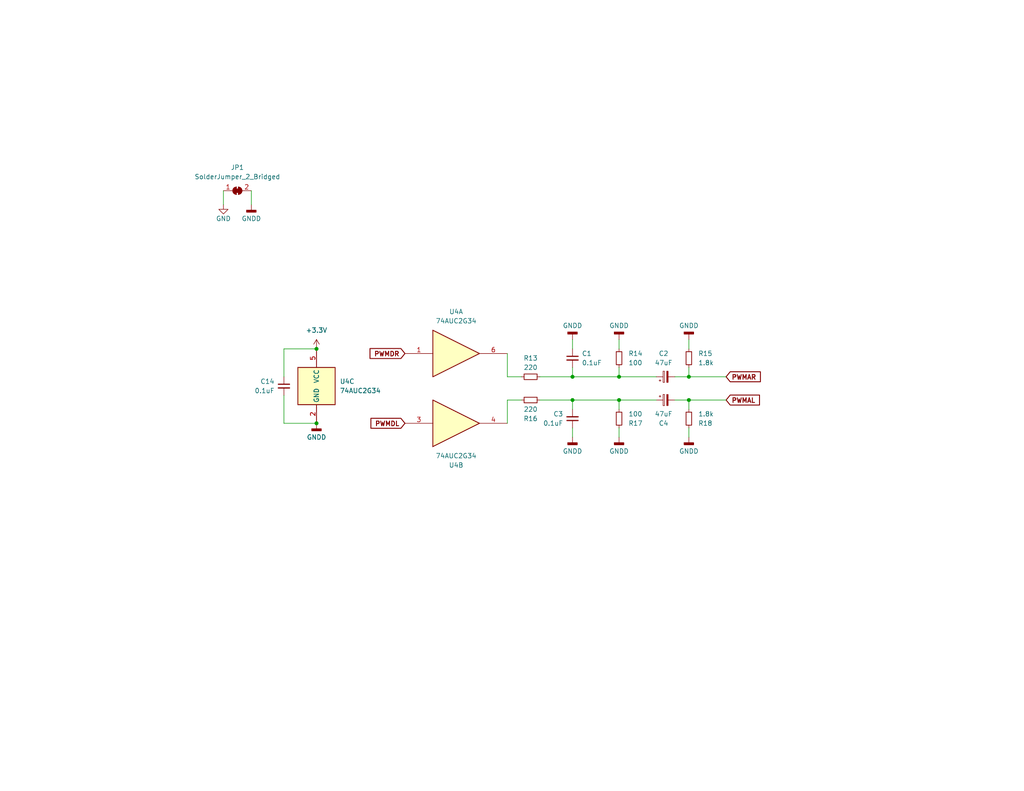
<source format=kicad_sch>
(kicad_sch (version 20230121) (generator eeschema)
  (paper "A")
  (title_block (title "pico_synth_sandbox") (date "2023-09-19") (rev "2") (comment 3 "dcdalrymple.com/picosynth/") (comment 4 "D Cooper Dalrymple"))
  (lib_symbols
    (symbol "74xGxx:74AUC2G34"
      (property "Reference" "U" (at -2.54 3.81 0))
      (property "Value" "74AUC2G34" (at 0 -3.81 0))
      (symbol "74AUC2G34_1_1"
        (polyline (pts (xy -7.62 6.35) (xy -7.62 -6.35) (xy 5.08 0) (xy -7.62 6.35)) (stroke (width 0.254)) (fill (type background)))
        (pin input line (at -15.24 0 0) (length 7.62) (name "~") (number "1"))
        (pin output line (at 12.7 0 180) (length 7.62) (name "~") (number "6"))
      )
      (symbol "74AUC2G34_2_1"
        (polyline (pts (xy -7.62 6.35) (xy -7.62 -6.35) (xy 5.08 0) (xy -7.62 6.35)) (stroke (width 0.254)) (fill (type background)))
        (pin input line (at -15.24 0 0) (length 7.62) (name "~") (number "3"))
        (pin output line (at 12.7 0 180) (length 7.62) (name "~") (number "4"))
      )
      (symbol "74AUC2G34_3_0"
        (rectangle (start -5.08 -5.08) (end 5.08 5.08) (stroke (width 0.254)) (fill (type background)))
      )
      (symbol "74AUC2G34_3_1"
        (pin power_in line (at 0 -10.16 90) (length 5.08) (name "GND") (number "2"))
        (pin power_in line (at 0 10.16 270) (length 5.08) (name "VCC") (number "5"))
      )
    )
    (symbol "Device:C_Polarized_Small" (pin_numbers hide) (pin_names (offset 0.254) hide)
      (property "Reference" "C" (at 0.254 1.778 0))
      (property "Value" "C_Polarized_Small" (at 0.254 -2.032 0))
      (symbol "C_Polarized_Small_0_1"
        (rectangle (start -1.524 -0.3048) (end 1.524 -0.6858) (fill (type outline)))
        (rectangle (start -1.524 0.6858) (end 1.524 0.3048))
        (polyline (pts (xy -1.27 1.524) (xy -0.762 1.524)))
        (polyline (pts (xy -1.016 1.27) (xy -1.016 1.778)))
      )
      (symbol "C_Polarized_Small_1_1"
        (pin passive line (at 0 2.54 270) (length 1.8542) (name "~") (number "1"))
        (pin passive line (at 0 -2.54 90) (length 1.8542) (name "~") (number "2"))
      )
    )
    (symbol "Device:C_Small" (pin_numbers hide) (pin_names (offset 0.254) hide)
      (property "Reference" "C" (at 0.254 1.778 0))
      (property "Value" "C_Small" (at 0.254 -2.032 0))
      (symbol "C_Small_0_1"
        (polyline (pts (xy -1.524 -0.508) (xy 1.524 -0.508)) (stroke (width 0.3302)))
        (polyline (pts (xy -1.524 0.508) (xy 1.524 0.508)) (stroke (width 0.3048)))
      )
      (symbol "C_Small_1_1"
        (pin passive line (at 0 2.54 270) (length 2.032) (name "~") (number "1"))
        (pin passive line (at 0 -2.54 90) (length 2.032) (name "~") (number "2"))
      )
    )
    (symbol "Device:R_Small" (pin_numbers hide) (pin_names (offset 0.254) hide)
      (property "Reference" "R" (at 0.762 0.508 0))
      (property "Value" "R_Small" (at 0.762 -1.016 0))
      (symbol "R_Small_0_1"
        (rectangle (start -0.762 1.778) (end 0.762 -1.778) (stroke (width 0.2032)))
      )
      (symbol "R_Small_1_1"
        (pin passive line (at 0 2.54 270) (length 0.762) (name "~") (number "1"))
        (pin passive line (at 0 -2.54 90) (length 0.762) (name "~") (number "2"))
      )
    )
    (symbol "Jumper:SolderJumper_2_Bridged" (pin_names (offset 0) hide)
      (property "Reference" "JP" (at 0 2.032 0))
      (property "Value" "SolderJumper_2_Bridged" (at 0 -2.54 0))
      (symbol "SolderJumper_2_Bridged_0_1"
        (rectangle (start -0.508 0.508) (end 0.508 -0.508) (fill (type outline)))
        (arc (start -0.254 1.016) (mid -1.2656 0) (end -0.254 -1.016))
        (arc (start -0.254 1.016) (mid -1.2656 0) (end -0.254 -1.016) (fill (type outline)))
        (polyline (pts (xy -0.254 1.016) (xy -0.254 -1.016)))
        (polyline (pts (xy 0.254 1.016) (xy 0.254 -1.016)))
        (arc (start 0.254 -1.016) (mid 1.2656 0) (end 0.254 1.016))
        (arc (start 0.254 -1.016) (mid 1.2656 0) (end 0.254 1.016) (fill (type outline)))
      )
      (symbol "SolderJumper_2_Bridged_1_1"
        (pin passive line (at -3.81 0 0) (length 2.54) (name "A") (number "1"))
        (pin passive line (at 3.81 0 180) (length 2.54) (name "B") (number "2"))
      )
    )
    (symbol "power:+3.3V" (power) (pin_names (offset 0))
      (property "Value" "+3.3V" (at 0 3.556 0))
      (symbol "+3.3V_0_1"
        (polyline (pts (xy -0.762 1.27) (xy 0 2.54)))
        (polyline (pts (xy 0 0) (xy 0 2.54)))
        (polyline (pts (xy 0 2.54) (xy 0.762 1.27)))
      )
      (symbol "+3.3V_1_1"
        (pin power_in line (at 0 0 90) (length 0) hide (name "+3.3V") (number "1"))
      )
    )
    (symbol "power:GND" (power) (pin_names (offset 0))
      (property "Value" "GND" (at 0 -3.81 0))
      (symbol "GND_0_1"
        (polyline (pts (xy 0 0) (xy 0 -1.27) (xy 1.27 -1.27) (xy 0 -2.54) (xy -1.27 -1.27) (xy 0 -1.27)))
      )
      (symbol "GND_1_1"
        (pin power_in line (at 0 0 270) (length 0) hide (name "GND") (number "1"))
      )
    )
    (symbol "power:GNDD" (power) (pin_names (offset 0))
      (property "Value" "GNDD" (at 0 -3.175 0))
      (symbol "GNDD_0_1"
        (rectangle (start -1.27 -1.524) (end 1.27 -2.032) (stroke (width 0.254)) (fill (type outline)))
        (polyline (pts (xy 0 0) (xy 0 -1.524)))
      )
      (symbol "GNDD_1_1"
        (pin power_in line (at 0 0 270) (length 0) hide (name "GNDD") (number "1"))
      )
    )
  )
  (junction (at 156.21 102.87))
  (junction (at 168.91 102.87))
  (junction (at 156.21 109.22))
  (junction (at 187.96 109.22))
  (junction (at 168.91 109.22))
  (junction (at 86.36 95.25))
  (junction (at 187.96 102.87))
  (junction (at 86.36 115.57))
  (wire (pts (xy 156.21 92.71) (xy 156.21 95.25)))
  (wire (pts (xy 138.43 102.87) (xy 142.24 102.87)))
  (wire (pts (xy 147.32 109.22) (xy 156.21 109.22)))
  (wire (pts (xy 77.47 115.57) (xy 86.36 115.57)))
  (wire (pts (xy 156.21 109.22) (xy 168.91 109.22)))
  (wire (pts (xy 168.91 102.87) (xy 168.91 100.33)))
  (wire (pts (xy 168.91 119.38) (xy 168.91 116.84)))
  (wire (pts (xy 156.21 119.38) (xy 156.21 116.84)))
  (wire (pts (xy 147.32 102.87) (xy 156.21 102.87)))
  (wire (pts (xy 138.43 96.52) (xy 138.43 102.87)))
  (wire (pts (xy 77.47 102.87) (xy 77.47 95.25)))
  (wire (pts (xy 168.91 102.87) (xy 179.07 102.87)))
  (wire (pts (xy 138.43 115.57) (xy 138.43 109.22)))
  (wire (pts (xy 60.96 52.07) (xy 60.96 55.88)))
  (wire (pts (xy 138.43 109.22) (xy 142.24 109.22)))
  (wire (pts (xy 187.96 119.38) (xy 187.96 116.84)))
  (wire (pts (xy 168.91 92.71) (xy 168.91 95.25)))
  (wire (pts (xy 156.21 102.87) (xy 156.21 100.33)))
  (wire (pts (xy 156.21 102.87) (xy 168.91 102.87)))
  (wire (pts (xy 187.96 109.22) (xy 184.15 109.22)))
  (wire (pts (xy 187.96 102.87) (xy 184.15 102.87)))
  (wire (pts (xy 187.96 100.33) (xy 187.96 102.87)))
  (wire (pts (xy 68.58 52.07) (xy 68.58 55.88)))
  (wire (pts (xy 168.91 109.22) (xy 179.07 109.22)))
  (wire (pts (xy 77.47 95.25) (xy 86.36 95.25)))
  (wire (pts (xy 187.96 109.22) (xy 198.12 109.22)))
  (wire (pts (xy 187.96 92.71) (xy 187.96 95.25)))
  (wire (pts (xy 168.91 109.22) (xy 168.91 111.76)))
  (wire (pts (xy 77.47 107.95) (xy 77.47 115.57)))
  (wire (pts (xy 187.96 102.87) (xy 198.12 102.87)))
  (wire (pts (xy 156.21 109.22) (xy 156.21 111.76)))
  (wire (pts (xy 187.96 111.76) (xy 187.96 109.22)))
  (global_label "PWMDR" (shape input) (at 110.49 96.52 180) (effects (font bold)) (property "Intersheetrefs" "${INTERSHEET_REFS}" (effects hide)))
  (global_label "PWMAL" (shape input) (at 198.12 109.22 0) (effects (font bold)) (property "Intersheetrefs" "${INTERSHEET_REFS}" (effects hide)))
  (global_label "PWMDL" (shape input) (at 110.49 115.57 180) (effects (font bold)) (property "Intersheetrefs" "${INTERSHEET_REFS}" (effects hide)))
  (global_label "PWMAR" (shape input) (at 198.12 102.87 0) (effects (font bold)) (property "Intersheetrefs" "${INTERSHEET_REFS}" (effects hide)))
  (symbol (lib_id "74xGxx:74AUC2G34") (at 125.73 96.52 0) (unit 1)
    (property "Reference" "U4" (at 124.46 85.09 0))
    (property "Value" "74AUC2G34" (at 124.46 87.63 0))
    (property "Footprint" "Package_TO_SOT_SMD:SOT-23-6_Handsoldering" (effects hide))
    (property "Datasheet" "http://www.ti.com/lit/sg/scyt129e/scyt129e.pdf" (effects hide))
  )
  (symbol (lib_id "power:GNDD") (at 168.91 119.38 0) (mirror y) (unit 1)
    (property "Reference" "#PWR019" (effects hide))
    (property "Value" "GNDD" (at 168.91 123.19 0))
    (instances (project "pico_synth_sandbox" (path "" (reference "#PWR019") (unit 1)) (path "" (reference "#PWR027") (unit 1)) (path "" (reference "#PWR059") (unit 1))))
  )
  (symbol (lib_id "74xGxx:74AUC2G34") (at 86.36 105.41 0) (unit 3)
    (property "Reference" "U4" (at 92.71 104.14 0) (effects (justify left)))
    (property "Value" "74AUC2G34" (at 92.71 106.68 0) (effects (justify left)))
    (property "Footprint" "Package_TO_SOT_SMD:SOT-23-6_Handsoldering" (effects hide))
    (property "Datasheet" "http://www.ti.com/lit/sg/scyt129e/scyt129e.pdf" (effects hide))
  )
  (symbol (lib_id "Device:R_Small") (at 144.78 109.22 270) (unit 1)
    (property "Reference" "R16" (at 144.78 114.3 90))
    (property "Value" "220" (at 144.78 111.76 90))
    (property "Footprint" "Resistor_SMD:R_0805_2012Metric_Pad1.20x1.40mm_HandSolder" (effects hide))
    (instances (project "pico_synth_sandbox" (path "" (reference "R16") (unit 1)) (path "" (reference "R20") (unit 1)) (path "" (reference "R22") (unit 1))))
  )
  (symbol (lib_id "Device:R_Small") (at 187.96 114.3 180) (unit 1)
    (property "Reference" "R18" (at 190.5 115.57 0) (effects (justify right)))
    (property "Value" "1.8k" (at 190.5 113.03 0) (effects (justify right)))
    (property "Footprint" "Resistor_SMD:R_0805_2012Metric_Pad1.20x1.40mm_HandSolder" (effects hide))
    (instances (project "pico_synth_sandbox" (path "" (reference "R18") (unit 1)) (path "" (reference "R24") (unit 1)) (path "" (reference "R26") (unit 1))))
  )
  (symbol (lib_id "Device:R_Small") (at 168.91 97.79 0) (mirror y) (unit 1)
    (property "Reference" "R14" (at 171.45 96.52 0) (effects (justify right)))
    (property "Value" "100" (at 171.45 99.06 0) (effects (justify right)))
    (property "Footprint" "Resistor_SMD:R_0805_2012Metric_Pad1.20x1.40mm_HandSolder" (effects hide))
    (instances (project "pico_synth_sandbox" (path "" (reference "R14") (unit 1)) (path "" (reference "R21") (unit 1)) (path "" (reference "R23") (unit 1))))
  )
  (symbol (lib_id "Device:R_Small") (at 168.91 114.3 180) (unit 1)
    (property "Reference" "R17" (at 171.45 115.57 0) (effects (justify right)))
    (property "Value" "100" (at 171.45 113.03 0) (effects (justify right)))
    (property "Footprint" "Resistor_SMD:R_0805_2012Metric_Pad1.20x1.40mm_HandSolder" (effects hide))
    (instances (project "pico_synth_sandbox" (path "" (reference "R17") (unit 1)) (path "" (reference "R22") (unit 1)) (path "" (reference "R24") (unit 1))))
  )
  (symbol (lib_id "power:GNDD") (at 86.36 115.57 0) (mirror y) (unit 1)
    (property "Reference" "#PWR018" (effects hide))
    (property "Value" "GNDD" (at 86.36 119.38 0))
    (instances (project "pico_synth_sandbox" (path "" (reference "#PWR018") (unit 1)) (path "" (reference "#PWR025") (unit 1)) (path "" (reference "#PWR055") (unit 1))))
  )
  (symbol (lib_id "Device:R_Small") (at 144.78 102.87 270) (mirror x) (unit 1)
    (property "Reference" "R13" (at 144.78 97.79 90))
    (property "Value" "220" (at 144.78 100.33 90))
    (property "Footprint" "Resistor_SMD:R_0805_2012Metric_Pad1.20x1.40mm_HandSolder" (effects hide))
    (instances (project "pico_synth_sandbox" (path "" (reference "R13") (unit 1)) (path "" (reference "R19") (unit 1)) (path "" (reference "R21") (unit 1))))
  )
  (symbol (lib_id "power:+3.3V") (at 86.36 95.25 0) (unit 1)
    (property "Reference" "#PWR08" (effects hide))
    (property "Value" "+3.3V" (at 86.36 90.17 0))
    (instances (project "pico_synth_sandbox" (path "" (reference "#PWR08") (unit 1)) (path "" (reference "#PWR054") (unit 1))))
  )
  (symbol (lib_id "Device:C_Small") (at 156.21 97.79 0) (unit 1)
    (property "Reference" "C1" (at 158.75 96.5263 0) (effects (justify left)))
    (property "Value" "0.1uF" (at 158.75 99.0663 0) (effects (justify left)))
    (property "Footprint" "Capacitor_SMD:C_0603_1608Metric_Pad1.08x0.95mm_HandSolder" (effects hide))
    (instances (project "pico_synth_sandbox" (path "" (reference "C1") (unit 1)) (path "" (reference "C5") (unit 1)) (path "" (reference "C15") (unit 1))))
  )
  (symbol (lib_id "Device:C_Small") (at 77.47 105.41 0) (unit 1)
    (property "Reference" "C14" (at 74.93 104.1463 0) (effects (justify right)))
    (property "Value" "0.1uF" (at 74.93 106.6863 0) (effects (justify right)))
    (property "Footprint" "Capacitor_SMD:C_0603_1608Metric_Pad1.08x0.95mm_HandSolder" (effects hide))
  )
  (symbol (lib_id "Device:C_Polarized_Small") (at 181.61 102.87 90) (unit 1)
    (property "Reference" "C2" (at 181.0639 96.52 90))
    (property "Value" "47uF" (at 181.0639 99.06 90))
    (property "Footprint" "Capacitor_SMD:CP_Elec_6.3x5.7" (effects hide))
    (instances (project "pico_synth_sandbox" (path "" (reference "C2") (unit 1)) (path "" (reference "C7") (unit 1)) (path "" (reference "C17") (unit 1))))
  )
  (symbol (lib_id "power:GNDD") (at 156.21 119.38 0) (mirror y) (unit 1)
    (property "Reference" "#PWR018" (effects hide))
    (property "Value" "GNDD" (at 156.21 123.19 0))
    (instances (project "pico_synth_sandbox" (path "" (reference "#PWR018") (unit 1)) (path "" (reference "#PWR025") (unit 1)) (path "" (reference "#PWR057") (unit 1))))
  )
  (symbol (lib_id "power:GNDD") (at 168.91 92.71 180) (unit 1)
    (property "Reference" "#PWR016" (effects hide))
    (property "Value" "GNDD" (at 168.91 88.9 0))
    (instances (project "pico_synth_sandbox" (path "" (reference "#PWR016") (unit 1)) (path "" (reference "#PWR026") (unit 1)) (path "" (reference "#PWR058") (unit 1))))
  )
  (symbol (lib_id "Jumper:SolderJumper_2_Bridged") (at 64.77 52.07 0) (unit 1)
    (property "Reference" "JP1" (at 64.77 45.72 0))
    (property "Value" "SolderJumper_2_Bridged" (at 64.77 48.26 0))
    (property "Footprint" "Jumper:SolderJumper-2_P1.3mm_Bridged_RoundedPad1.0x1.5mm" (effects hide))
    (instances (project "pico_synth_sandbox" (path "" (reference "JP1") (unit 1)) (path "" (reference "JP12") (unit 1))))
  )
  (symbol (lib_id "Device:C_Small") (at 156.21 114.3 0) (mirror x) (unit 1)
    (property "Reference" "C3" (at 153.67 113.0236 0) (effects (justify right)))
    (property "Value" "0.1uF" (at 153.67 115.5636 0) (effects (justify right)))
    (property "Footprint" "Capacitor_SMD:C_0603_1608Metric_Pad1.08x0.95mm_HandSolder" (effects hide))
    (instances (project "pico_synth_sandbox" (path "" (reference "C3") (unit 1)) (path "" (reference "C6") (unit 1)) (path "" (reference "C16") (unit 1))))
  )
  (symbol (lib_id "74xGxx:74AUC2G34") (at 125.73 115.57 0) (mirror x) (unit 2)
    (property "Reference" "U4" (at 124.46 127 0))
    (property "Value" "74AUC2G34" (at 124.46 124.46 0))
    (property "Footprint" "Package_TO_SOT_SMD:SOT-23-6_Handsoldering" (effects hide))
    (property "Datasheet" "http://www.ti.com/lit/sg/scyt129e/scyt129e.pdf" (effects hide))
  )
  (symbol (lib_id "power:GNDD") (at 156.21 92.71 180) (unit 1)
    (property "Reference" "#PWR013" (effects hide))
    (property "Value" "GNDD" (at 156.21 88.9 0))
    (instances (project "pico_synth_sandbox" (path "" (reference "#PWR013") (unit 1)) (path "" (reference "#PWR024") (unit 1)) (path "" (reference "#PWR056") (unit 1))))
  )
  (symbol (lib_id "power:GNDD") (at 187.96 92.71 180) (unit 1)
    (property "Reference" "#PWR017" (effects hide))
    (property "Value" "GNDD" (at 187.96 88.9 0))
    (instances (project "pico_synth_sandbox" (path "" (reference "#PWR017") (unit 1)) (path "" (reference "#PWR028") (unit 1)) (path "" (reference "#PWR060") (unit 1))))
  )
  (symbol (lib_id "Device:C_Polarized_Small") (at 181.61 109.22 90) (mirror x) (unit 1)
    (property "Reference" "C4" (at 181.0639 115.57 90))
    (property "Value" "47uF" (at 181.0639 113.03 90))
    (property "Footprint" "Capacitor_SMD:CP_Elec_6.3x5.7" (effects hide))
    (instances (project "pico_synth_sandbox" (path "" (reference "C4") (unit 1)) (path "" (reference "C8") (unit 1)) (path "" (reference "C18") (unit 1))))
  )
  (symbol (lib_id "power:GNDD") (at 68.58 55.88 0) (unit 1)
    (property "Reference" "#PWR014" (effects hide))
    (property "Value" "GNDD" (at 68.58 59.69 0))
    (instances (project "pico_synth_sandbox" (path "" (reference "#PWR014") (unit 1)) (path "" (reference "#PWR053") (unit 1))))
  )
  (symbol (lib_id "power:GNDD") (at 187.96 119.38 0) (mirror y) (unit 1)
    (property "Reference" "#PWR020" (effects hide))
    (property "Value" "GNDD" (at 187.96 123.19 0))
    (instances (project "pico_synth_sandbox" (path "" (reference "#PWR020") (unit 1)) (path "" (reference "#PWR029") (unit 1)) (path "" (reference "#PWR061") (unit 1))))
  )
  (symbol (lib_id "Device:R_Small") (at 187.96 97.79 0) (mirror y) (unit 1)
    (property "Reference" "R15" (at 190.5 96.52 0) (effects (justify right)))
    (property "Value" "1.8k" (at 190.5 99.06 0) (effects (justify right)))
    (property "Footprint" "Resistor_SMD:R_0805_2012Metric_Pad1.20x1.40mm_HandSolder" (effects hide))
    (instances (project "pico_synth_sandbox" (path "" (reference "R15") (unit 1)) (path "" (reference "R23") (unit 1)) (path "" (reference "R25") (unit 1))))
  )
  (symbol (lib_id "power:GND") (at 60.96 55.88 0) (unit 1)
    (property "Reference" "#PWR015" (effects hide))
    (property "Value" "GND" (at 60.96 59.69 0))
    (instances (project "pico_synth_sandbox" (path "" (reference "#PWR015") (unit 1)) (path "" (reference "#PWR052") (unit 1))))
  )
)
</source>
